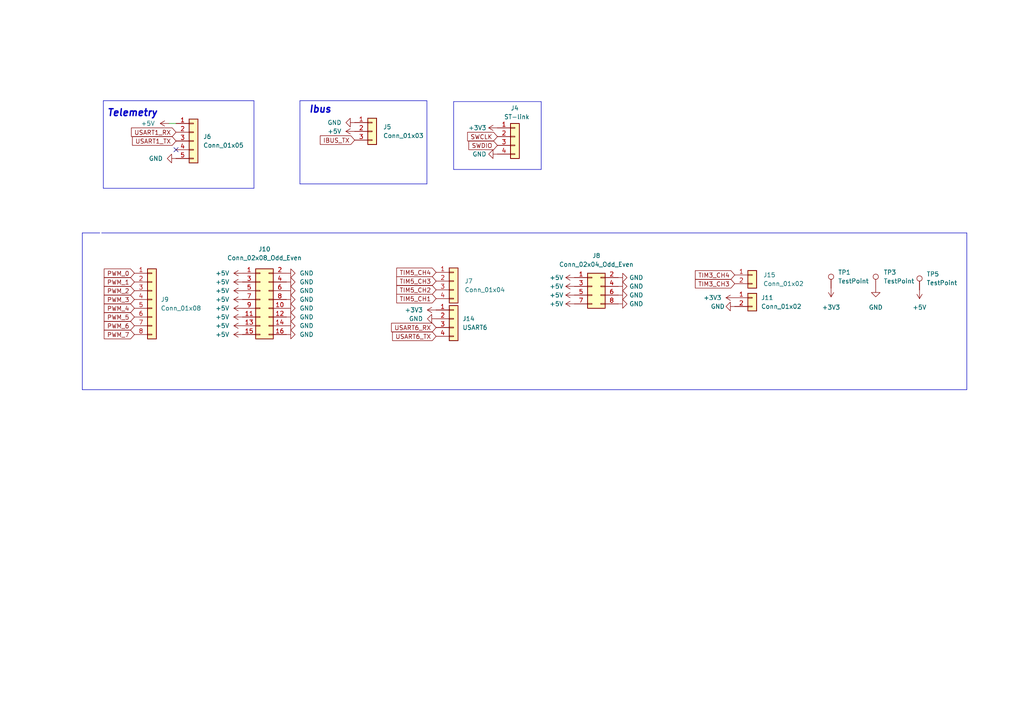
<source format=kicad_sch>
(kicad_sch (version 20230121) (generator eeschema)
  (paper "A4")
  (lib_symbols
    (symbol "Connector:TestPoint" (pin_numbers hide) (pin_names (offset 0.762) hide)
      (property "Reference" "TP" (at 0 6.858 0))
      (property "Value" "TestPoint" (at 0 5.08 0))
      (symbol "TestPoint_0_1"
        (circle (center 0 3.302) (radius 0.762))
      )
      (symbol "TestPoint_1_1"
        (pin passive line (at 0 0 90) (length 2.54) (name "1") (number "1"))
      )
    )
    (symbol "Connector_Generic:Conn_01x02" (pin_names (offset 1.016) hide)
      (property "Reference" "J" (at 0 2.54 0))
      (property "Value" "Conn_01x02" (at 0 -5.08 0))
      (symbol "Conn_01x02_1_1"
        (rectangle (start -1.27 -2.413) (end 0 -2.667) (stroke (width 0.1524)))
        (rectangle (start -1.27 0.127) (end 0 -0.127) (stroke (width 0.1524)))
        (rectangle (start -1.27 1.27) (end 1.27 -3.81) (stroke (width 0.254)) (fill (type background)))
        (pin passive line (at -5.08 0 0) (length 3.81) (name "Pin_1") (number "1"))
        (pin passive line (at -5.08 -2.54 0) (length 3.81) (name "Pin_2") (number "2"))
      )
    )
    (symbol "Connector_Generic:Conn_01x03" (pin_names (offset 1.016) hide)
      (property "Reference" "J" (at 0 5.08 0))
      (property "Value" "Conn_01x03" (at 0 -5.08 0))
      (symbol "Conn_01x03_1_1"
        (rectangle (start -1.27 -2.413) (end 0 -2.667) (stroke (width 0.1524)))
        (rectangle (start -1.27 0.127) (end 0 -0.127) (stroke (width 0.1524)))
        (rectangle (start -1.27 2.667) (end 0 2.413) (stroke (width 0.1524)))
        (rectangle (start -1.27 3.81) (end 1.27 -3.81) (stroke (width 0.254)) (fill (type background)))
        (pin passive line (at -5.08 2.54 0) (length 3.81) (name "Pin_1") (number "1"))
        (pin passive line (at -5.08 0 0) (length 3.81) (name "Pin_2") (number "2"))
        (pin passive line (at -5.08 -2.54 0) (length 3.81) (name "Pin_3") (number "3"))
      )
    )
    (symbol "Connector_Generic:Conn_01x04" (pin_names (offset 1.016) hide)
      (property "Reference" "J" (at 0 5.08 0))
      (property "Value" "Conn_01x04" (at 0 -7.62 0))
      (symbol "Conn_01x04_1_1"
        (rectangle (start -1.27 -4.953) (end 0 -5.207) (stroke (width 0.1524)))
        (rectangle (start -1.27 -2.413) (end 0 -2.667) (stroke (width 0.1524)))
        (rectangle (start -1.27 0.127) (end 0 -0.127) (stroke (width 0.1524)))
        (rectangle (start -1.27 2.667) (end 0 2.413) (stroke (width 0.1524)))
        (rectangle (start -1.27 3.81) (end 1.27 -6.35) (stroke (width 0.254)) (fill (type background)))
        (pin passive line (at -5.08 2.54 0) (length 3.81) (name "Pin_1") (number "1"))
        (pin passive line (at -5.08 0 0) (length 3.81) (name "Pin_2") (number "2"))
        (pin passive line (at -5.08 -2.54 0) (length 3.81) (name "Pin_3") (number "3"))
        (pin passive line (at -5.08 -5.08 0) (length 3.81) (name "Pin_4") (number "4"))
      )
    )
    (symbol "Connector_Generic:Conn_01x05" (pin_names (offset 1.016) hide)
      (property "Reference" "J" (at 0 7.62 0))
      (property "Value" "Conn_01x05" (at 0 -7.62 0))
      (symbol "Conn_01x05_1_1"
        (rectangle (start -1.27 -4.953) (end 0 -5.207) (stroke (width 0.1524)))
        (rectangle (start -1.27 -2.413) (end 0 -2.667) (stroke (width 0.1524)))
        (rectangle (start -1.27 0.127) (end 0 -0.127) (stroke (width 0.1524)))
        (rectangle (start -1.27 2.667) (end 0 2.413) (stroke (width 0.1524)))
        (rectangle (start -1.27 5.207) (end 0 4.953) (stroke (width 0.1524)))
        (rectangle (start -1.27 6.35) (end 1.27 -6.35) (stroke (width 0.254)) (fill (type background)))
        (pin passive line (at -5.08 5.08 0) (length 3.81) (name "Pin_1") (number "1"))
        (pin passive line (at -5.08 2.54 0) (length 3.81) (name "Pin_2") (number "2"))
        (pin passive line (at -5.08 0 0) (length 3.81) (name "Pin_3") (number "3"))
        (pin passive line (at -5.08 -2.54 0) (length 3.81) (name "Pin_4") (number "4"))
        (pin passive line (at -5.08 -5.08 0) (length 3.81) (name "Pin_5") (number "5"))
      )
    )
    (symbol "Connector_Generic:Conn_01x08" (pin_names (offset 1.016) hide)
      (property "Reference" "J" (at 0 10.16 0))
      (property "Value" "Conn_01x08" (at 0 -12.7 0))
      (symbol "Conn_01x08_1_1"
        (rectangle (start -1.27 -10.033) (end 0 -10.287) (stroke (width 0.1524)))
        (rectangle (start -1.27 -7.493) (end 0 -7.747) (stroke (width 0.1524)))
        (rectangle (start -1.27 -4.953) (end 0 -5.207) (stroke (width 0.1524)))
        (rectangle (start -1.27 -2.413) (end 0 -2.667) (stroke (width 0.1524)))
        (rectangle (start -1.27 0.127) (end 0 -0.127) (stroke (width 0.1524)))
        (rectangle (start -1.27 2.667) (end 0 2.413) (stroke (width 0.1524)))
        (rectangle (start -1.27 5.207) (end 0 4.953) (stroke (width 0.1524)))
        (rectangle (start -1.27 7.747) (end 0 7.493) (stroke (width 0.1524)))
        (rectangle (start -1.27 8.89) (end 1.27 -11.43) (stroke (width 0.254)) (fill (type background)))
        (pin passive line (at -5.08 7.62 0) (length 3.81) (name "Pin_1") (number "1"))
        (pin passive line (at -5.08 5.08 0) (length 3.81) (name "Pin_2") (number "2"))
        (pin passive line (at -5.08 2.54 0) (length 3.81) (name "Pin_3") (number "3"))
        (pin passive line (at -5.08 0 0) (length 3.81) (name "Pin_4") (number "4"))
        (pin passive line (at -5.08 -2.54 0) (length 3.81) (name "Pin_5") (number "5"))
        (pin passive line (at -5.08 -5.08 0) (length 3.81) (name "Pin_6") (number "6"))
        (pin passive line (at -5.08 -7.62 0) (length 3.81) (name "Pin_7") (number "7"))
        (pin passive line (at -5.08 -10.16 0) (length 3.81) (name "Pin_8") (number "8"))
      )
    )
    (symbol "Connector_Generic:Conn_02x04_Odd_Even" (pin_names (offset 1.016) hide)
      (property "Reference" "J" (at 1.27 5.08 0))
      (property "Value" "Conn_02x04_Odd_Even" (at 1.27 -7.62 0))
      (symbol "Conn_02x04_Odd_Even_1_1"
        (rectangle (start -1.27 -4.953) (end 0 -5.207) (stroke (width 0.1524)))
        (rectangle (start -1.27 -2.413) (end 0 -2.667) (stroke (width 0.1524)))
        (rectangle (start -1.27 0.127) (end 0 -0.127) (stroke (width 0.1524)))
        (rectangle (start -1.27 2.667) (end 0 2.413) (stroke (width 0.1524)))
        (rectangle (start -1.27 3.81) (end 3.81 -6.35) (stroke (width 0.254)) (fill (type background)))
        (rectangle (start 3.81 -4.953) (end 2.54 -5.207) (stroke (width 0.1524)))
        (rectangle (start 3.81 -2.413) (end 2.54 -2.667) (stroke (width 0.1524)))
        (rectangle (start 3.81 0.127) (end 2.54 -0.127) (stroke (width 0.1524)))
        (rectangle (start 3.81 2.667) (end 2.54 2.413) (stroke (width 0.1524)))
        (pin passive line (at -5.08 2.54 0) (length 3.81) (name "Pin_1") (number "1"))
        (pin passive line (at 7.62 2.54 180) (length 3.81) (name "Pin_2") (number "2"))
        (pin passive line (at -5.08 0 0) (length 3.81) (name "Pin_3") (number "3"))
        (pin passive line (at 7.62 0 180) (length 3.81) (name "Pin_4") (number "4"))
        (pin passive line (at -5.08 -2.54 0) (length 3.81) (name "Pin_5") (number "5"))
        (pin passive line (at 7.62 -2.54 180) (length 3.81) (name "Pin_6") (number "6"))
        (pin passive line (at -5.08 -5.08 0) (length 3.81) (name "Pin_7") (number "7"))
        (pin passive line (at 7.62 -5.08 180) (length 3.81) (name "Pin_8") (number "8"))
      )
    )
    (symbol "Connector_Generic:Conn_02x08_Odd_Even" (pin_names (offset 1.016) hide)
      (property "Reference" "J" (at 1.27 10.16 0))
      (property "Value" "Conn_02x08_Odd_Even" (at 1.27 -12.7 0))
      (symbol "Conn_02x08_Odd_Even_1_1"
        (rectangle (start -1.27 -10.033) (end 0 -10.287) (stroke (width 0.1524)))
        (rectangle (start -1.27 -7.493) (end 0 -7.747) (stroke (width 0.1524)))
        (rectangle (start -1.27 -4.953) (end 0 -5.207) (stroke (width 0.1524)))
        (rectangle (start -1.27 -2.413) (end 0 -2.667) (stroke (width 0.1524)))
        (rectangle (start -1.27 0.127) (end 0 -0.127) (stroke (width 0.1524)))
        (rectangle (start -1.27 2.667) (end 0 2.413) (stroke (width 0.1524)))
        (rectangle (start -1.27 5.207) (end 0 4.953) (stroke (width 0.1524)))
        (rectangle (start -1.27 7.747) (end 0 7.493) (stroke (width 0.1524)))
        (rectangle (start -1.27 8.89) (end 3.81 -11.43) (stroke (width 0.254)) (fill (type background)))
        (rectangle (start 3.81 -10.033) (end 2.54 -10.287) (stroke (width 0.1524)))
        (rectangle (start 3.81 -7.493) (end 2.54 -7.747) (stroke (width 0.1524)))
        (rectangle (start 3.81 -4.953) (end 2.54 -5.207) (stroke (width 0.1524)))
        (rectangle (start 3.81 -2.413) (end 2.54 -2.667) (stroke (width 0.1524)))
        (rectangle (start 3.81 0.127) (end 2.54 -0.127) (stroke (width 0.1524)))
        (rectangle (start 3.81 2.667) (end 2.54 2.413) (stroke (width 0.1524)))
        (rectangle (start 3.81 5.207) (end 2.54 4.953) (stroke (width 0.1524)))
        (rectangle (start 3.81 7.747) (end 2.54 7.493) (stroke (width 0.1524)))
        (pin passive line (at -5.08 7.62 0) (length 3.81) (name "Pin_1") (number "1"))
        (pin passive line (at 7.62 -2.54 180) (length 3.81) (name "Pin_10") (number "10"))
        (pin passive line (at -5.08 -5.08 0) (length 3.81) (name "Pin_11") (number "11"))
        (pin passive line (at 7.62 -5.08 180) (length 3.81) (name "Pin_12") (number "12"))
        (pin passive line (at -5.08 -7.62 0) (length 3.81) (name "Pin_13") (number "13"))
        (pin passive line (at 7.62 -7.62 180) (length 3.81) (name "Pin_14") (number "14"))
        (pin passive line (at -5.08 -10.16 0) (length 3.81) (name "Pin_15") (number "15"))
        (pin passive line (at 7.62 -10.16 180) (length 3.81) (name "Pin_16") (number "16"))
        (pin passive line (at 7.62 7.62 180) (length 3.81) (name "Pin_2") (number "2"))
        (pin passive line (at -5.08 5.08 0) (length 3.81) (name "Pin_3") (number "3"))
        (pin passive line (at 7.62 5.08 180) (length 3.81) (name "Pin_4") (number "4"))
        (pin passive line (at -5.08 2.54 0) (length 3.81) (name "Pin_5") (number "5"))
        (pin passive line (at 7.62 2.54 180) (length 3.81) (name "Pin_6") (number "6"))
        (pin passive line (at -5.08 0 0) (length 3.81) (name "Pin_7") (number "7"))
        (pin passive line (at 7.62 0 180) (length 3.81) (name "Pin_8") (number "8"))
        (pin passive line (at -5.08 -2.54 0) (length 3.81) (name "Pin_9") (number "9"))
      )
    )
    (symbol "power:+3.3V" (power) (pin_names (offset 0))
      (property "Value" "+3.3V" (at 0 3.556 0))
      (symbol "+3.3V_0_1"
        (polyline (pts (xy -0.762 1.27) (xy 0 2.54)))
        (polyline (pts (xy 0 0) (xy 0 2.54)))
        (polyline (pts (xy 0 2.54) (xy 0.762 1.27)))
      )
      (symbol "+3.3V_1_1"
        (pin power_in line (at 0 0 90) (length 0) hide (name "+3V3") (number "1"))
      )
    )
    (symbol "power:+5V" (power) (pin_names (offset 0))
      (property "Value" "+5V" (at 0 3.556 0))
      (symbol "+5V_0_1"
        (polyline (pts (xy -0.762 1.27) (xy 0 2.54)))
        (polyline (pts (xy 0 0) (xy 0 2.54)))
        (polyline (pts (xy 0 2.54) (xy 0.762 1.27)))
      )
      (symbol "+5V_1_1"
        (pin power_in line (at 0 0 90) (length 0) hide (name "+5V") (number "1"))
      )
    )
    (symbol "power:GND" (power) (pin_names (offset 0))
      (property "Value" "GND" (at 0 -3.81 0))
      (symbol "GND_0_1"
        (polyline (pts (xy 0 0) (xy 0 -1.27) (xy 1.27 -1.27) (xy 0 -2.54) (xy -1.27 -1.27) (xy 0 -1.27)))
      )
      (symbol "GND_1_1"
        (pin power_in line (at 0 0 270) (length 0) hide (name "GND") (number "1"))
      )
    )
  )
  (no_connect (at 51.054 43.434))
  (polyline (pts (xy 86.995 29.21) (xy 86.995 53.34)))
  (polyline (pts (xy 123.825 29.21) (xy 123.825 53.34)))
  (wire (pts (xy 49.022 35.814) (xy 51.054 35.814)))
  (polyline (pts (xy 29.972 29.21) (xy 73.66 29.21)))
  (polyline (pts (xy 86.995 29.21) (xy 123.825 29.21)))
  (polyline (pts (xy 280.416 67.564) (xy 280.416 113.03)))
  (polyline (pts (xy 73.66 29.21) (xy 73.66 54.61)))
  (polyline (pts (xy 23.876 67.564) (xy 28.956 67.564)))
  (polyline (pts (xy 23.876 113.03) (xy 23.876 67.564)))
  (polyline (pts (xy 123.825 53.34) (xy 86.995 53.34)))
  (polyline (pts (xy 29.464 67.564) (xy 280.416 67.564)))
  (polyline (pts (xy 131.572 29.464) (xy 156.972 29.464)))
  (polyline (pts (xy 156.972 49.149) (xy 131.572 49.149)))
  (polyline (pts (xy 29.972 54.61) (xy 29.972 29.21)))
  (polyline (pts (xy 131.572 29.464) (xy 131.572 49.149)))
  (polyline (pts (xy 280.416 113.03) (xy 23.876 113.03)))
  (polyline (pts (xy 73.66 54.61) (xy 29.972 54.61)))
  (polyline (pts (xy 156.972 29.464) (xy 156.972 49.149)))
  (text "Telemetry" (at 30.988 34.036 0) (effects (font (size 2 2) (thickness 0.4) bold italic) (justify left bottom)))
  (text "Ibus" (at 89.535 33.02 0) (effects (font (size 2 2) (thickness 0.4) bold italic) (justify left bottom)))
  (global_label "PWM_2" (shape input) (at 38.989 84.328 180) (property "Intersheetrefs" "${INTERSHEET_REFS}" (effects hide)))
  (global_label "USART1_RX" (shape input) (at 51.054 38.354 180) (property "Intersheetrefs" "${INTERSHEET_REFS}" (effects hide)))
  (global_label "PWM_3" (shape input) (at 38.989 86.868 180) (property "Intersheetrefs" "${INTERSHEET_REFS}" (effects hide)))
  (global_label "SWCLK" (shape input) (at 144.272 39.624 180) (property "Intersheetrefs" "${INTERSHEET_REFS}" (effects hide)))
  (global_label "TIM5_CH1" (shape input) (at 126.492 86.614 180) (property "Intersheetrefs" "${INTERSHEET_REFS}" (effects hide)))
  (global_label "TIM5_CH2" (shape input) (at 126.492 84.074 180) (property "Intersheetrefs" "${INTERSHEET_REFS}" (effects hide)))
  (global_label "PWM_5" (shape input) (at 38.989 91.948 180) (property "Intersheetrefs" "${INTERSHEET_REFS}" (effects hide)))
  (global_label "USART6_RX" (shape input) (at 126.492 94.996 180) (property "Intersheetrefs" "${INTERSHEET_REFS}" (effects hide)))
  (global_label "USART6_TX" (shape input) (at 126.492 97.536 180) (property "Intersheetrefs" "${INTERSHEET_REFS}" (effects hide)))
  (global_label "PWM_6" (shape input) (at 38.989 94.488 180) (property "Intersheetrefs" "${INTERSHEET_REFS}" (effects hide)))
  (global_label "PWM_7" (shape input) (at 38.989 97.028 180) (property "Intersheetrefs" "${INTERSHEET_REFS}" (effects hide)))
  (global_label "PWM_1" (shape input) (at 38.989 81.788 180) (property "Intersheetrefs" "${INTERSHEET_REFS}" (effects hide)))
  (global_label "TIM5_CH4" (shape input) (at 126.492 78.994 180) (property "Intersheetrefs" "${INTERSHEET_REFS}" (effects hide)))
  (global_label "IBUS_TX" (shape input) (at 102.87 40.64 180) (property "Intersheetrefs" "${INTERSHEET_REFS}" (effects hide)))
  (global_label "TIM3_CH4" (shape input) (at 213.106 79.756 180) (property "Intersheetrefs" "${INTERSHEET_REFS}" (effects hide)))
  (global_label "SWDIO" (shape input) (at 144.272 42.164 180) (property "Intersheetrefs" "${INTERSHEET_REFS}" (effects hide)))
  (global_label "PWM_0" (shape input) (at 38.989 79.248 180) (property "Intersheetrefs" "${INTERSHEET_REFS}" (effects hide)))
  (global_label "TIM3_CH3" (shape input) (at 213.106 82.296 180) (property "Intersheetrefs" "${INTERSHEET_REFS}" (effects hide)))
  (global_label "USART1_TX" (shape input) (at 51.054 40.894 180) (property "Intersheetrefs" "${INTERSHEET_REFS}" (effects hide)))
  (global_label "PWM_4" (shape input) (at 38.989 89.408 180) (property "Intersheetrefs" "${INTERSHEET_REFS}" (effects hide)))
  (global_label "TIM5_CH3" (shape input) (at 126.492 81.534 180) (property "Intersheetrefs" "${INTERSHEET_REFS}" (effects hide)))
  (symbol (lib_id "power:+5V") (at 70.358 94.488 90) (unit 1)
    (property "Reference" "#PWR086" (effects hide))
    (property "Value" "+5V" (at 66.548 94.4879 90) (effects (justify left)))
  )
  (symbol (lib_id "Connector_Generic:Conn_01x04") (at 131.572 92.456 0) (unit 1)
    (property "Reference" "J14" (at 134.112 92.4559 0) (effects (justify left)))
    (property "Value" "USART6" (at 134.112 94.9959 0) (effects (justify left)))
    (property "Footprint" "Connector_JST:JST_XH_B4B-XH-A_1x04_P2.50mm_Vertical" (effects hide))
  )
  (symbol (lib_id "power:+5V") (at 266.7 84.074 180) (unit 1)
    (property "Reference" "#PWR0115" (effects hide))
    (property "Value" "+5V" (at 266.7 89.154 0))
  )
  (symbol (lib_id "Connector:TestPoint") (at 266.7 84.074 0) (unit 1)
    (property "Reference" "TP5" (at 268.732 79.5019 0) (effects (justify left)))
    (property "Value" "TestPoint" (at 268.732 82.0419 0) (effects (justify left)))
    (property "Footprint" "TestPoint:TestPoint_Pad_D1.0mm" (effects hide))
  )
  (symbol (lib_id "power:GND") (at 51.054 45.974 270) (unit 1)
    (property "Reference" "#PWR063" (effects hide))
    (property "Value" "GND" (at 47.244 45.9739 90) (effects (justify right)))
  )
  (symbol (lib_id "Connector_Generic:Conn_02x08_Odd_Even") (at 75.438 86.868 0) (unit 1)
    (property "Reference" "J10" (at 76.708 72.263 0))
    (property "Value" "Conn_02x08_Odd_Even" (at 76.708 74.803 0))
    (property "Footprint" "Connector_PinHeader_2.54mm:PinHeader_2x08_P2.54mm_Vertical" (effects hide))
  )
  (symbol (lib_id "power:GND") (at 179.324 85.598 90) (unit 1)
    (property "Reference" "#PWR078" (effects hide))
    (property "Value" "GND" (at 182.499 85.5979 90) (effects (justify right)))
  )
  (symbol (lib_id "power:GND") (at 144.272 44.704 270) (unit 1)
    (property "Reference" "#PWR037" (effects hide))
    (property "Value" "GND" (at 141.097 44.7039 90) (effects (justify right)))
  )
  (symbol (lib_id "power:GND") (at 126.492 92.456 270) (unit 1)
    (property "Reference" "#PWR0111" (effects hide))
    (property "Value" "GND" (at 122.682 92.4559 90) (effects (justify right)))
  )
  (symbol (lib_id "Connector_Generic:Conn_01x02") (at 218.186 79.756 0) (unit 1)
    (property "Reference" "J15" (at 221.361 79.7559 0) (effects (justify left)))
    (property "Value" "Conn_01x02" (at 221.361 82.2959 0) (effects (justify left)))
    (property "Footprint" "Connector_PinHeader_2.54mm:PinHeader_1x02_P2.54mm_Vertical" (effects hide))
  )
  (symbol (lib_id "power:GND") (at 254 83.566 0) (unit 1)
    (property "Reference" "#PWR0113" (effects hide))
    (property "Value" "GND" (at 254 89.154 0))
  )
  (symbol (lib_id "power:+5V") (at 166.624 88.138 90) (unit 1)
    (property "Reference" "#PWR075" (effects hide))
    (property "Value" "+5V" (at 163.449 88.1379 90) (effects (justify left)))
  )
  (symbol (lib_id "power:GND") (at 179.324 83.058 90) (unit 1)
    (property "Reference" "#PWR077" (effects hide))
    (property "Value" "GND" (at 182.499 83.0579 90) (effects (justify right)))
  )
  (symbol (lib_id "power:+3.3V") (at 126.492 89.916 90) (unit 1)
    (property "Reference" "#PWR0110" (effects hide))
    (property "Value" "+3.3V" (at 122.682 89.9159 90) (effects (justify left)))
  )
  (symbol (lib_id "power:+5V") (at 166.624 80.518 90) (unit 1)
    (property "Reference" "#PWR072" (effects hide))
    (property "Value" "+5V" (at 163.449 80.5179 90) (effects (justify left)))
  )
  (symbol (lib_id "power:+5V") (at 49.022 35.814 90) (unit 1)
    (property "Reference" "#PWR062" (effects hide))
    (property "Value" "+5V" (at 44.958 35.8139 90) (effects (justify left)))
  )
  (symbol (lib_id "power:+5V") (at 70.358 91.948 90) (unit 1)
    (property "Reference" "#PWR085" (effects hide))
    (property "Value" "+5V" (at 66.548 91.9479 90) (effects (justify left)))
  )
  (symbol (lib_id "power:GND") (at 83.058 84.328 90) (unit 1)
    (property "Reference" "#PWR090" (effects hide))
    (property "Value" "GND" (at 86.868 84.3279 90) (effects (justify right)))
  )
  (symbol (lib_id "power:+3.3V") (at 144.272 37.084 90) (unit 1)
    (property "Reference" "#PWR036" (effects hide))
    (property "Value" "+3.3V" (at 141.097 37.0839 90) (effects (justify left)))
  )
  (symbol (lib_id "power:+5V") (at 70.358 81.788 90) (unit 1)
    (property "Reference" "#PWR081" (effects hide))
    (property "Value" "+5V" (at 66.548 81.7879 90) (effects (justify left)))
  )
  (symbol (lib_id "power:GND") (at 83.058 89.408 90) (unit 1)
    (property "Reference" "#PWR092" (effects hide))
    (property "Value" "GND" (at 86.868 89.4079 90) (effects (justify right)))
  )
  (symbol (lib_id "Connector_Generic:Conn_01x04") (at 131.572 81.534 0) (unit 1)
    (property "Reference" "J7" (at 134.747 81.5339 0) (effects (justify left)))
    (property "Value" "Conn_01x04" (at 134.747 84.0739 0) (effects (justify left)))
    (property "Footprint" "Connector_PinHeader_2.54mm:PinHeader_1x04_P2.54mm_Vertical" (effects hide))
  )
  (symbol (lib_id "Connector_Generic:Conn_01x08") (at 44.069 86.868 0) (unit 1)
    (property "Reference" "J9" (at 46.609 86.8679 0) (effects (justify left)))
    (property "Value" "Conn_01x08" (at 46.609 89.4079 0) (effects (justify left)))
    (property "Footprint" "Connector_PinHeader_2.54mm:PinHeader_1x08_P2.54mm_Vertical" (effects hide))
  )
  (symbol (lib_id "power:+5V") (at 102.87 38.1 90) (unit 1)
    (property "Reference" "#PWR061" (effects hide))
    (property "Value" "+5V" (at 99.06 38.0999 90) (effects (justify left)))
  )
  (symbol (lib_id "power:+5V") (at 166.624 85.598 90) (unit 1)
    (property "Reference" "#PWR074" (effects hide))
    (property "Value" "+5V" (at 163.449 85.5979 90) (effects (justify left)))
  )
  (symbol (lib_id "power:GND") (at 179.324 88.138 90) (unit 1)
    (property "Reference" "#PWR079" (effects hide))
    (property "Value" "GND" (at 182.499 88.1379 90) (effects (justify right)))
  )
  (symbol (lib_id "power:+3.3V") (at 241.046 83.566 180) (unit 1)
    (property "Reference" "#PWR0114" (effects hide))
    (property "Value" "+3.3V" (at 241.046 89.154 0))
  )
  (symbol (lib_id "Connector:TestPoint") (at 254 83.566 0) (unit 1)
    (property "Reference" "TP3" (at 256.286 78.9939 0) (effects (justify left)))
    (property "Value" "TestPoint" (at 256.286 81.5339 0) (effects (justify left)))
    (property "Footprint" "TestPoint:TestPoint_Pad_D1.0mm" (effects hide))
  )
  (symbol (lib_id "power:GND") (at 102.87 35.56 270) (unit 1)
    (property "Reference" "#PWR060" (effects hide))
    (property "Value" "GND" (at 99.06 35.5599 90) (effects (justify right)))
  )
  (symbol (lib_id "power:+5V") (at 70.358 89.408 90) (unit 1)
    (property "Reference" "#PWR084" (effects hide))
    (property "Value" "+5V" (at 66.548 89.4079 90) (effects (justify left)))
  )
  (symbol (lib_id "power:+5V") (at 70.358 79.248 90) (unit 1)
    (property "Reference" "#PWR080" (effects hide))
    (property "Value" "+5V" (at 66.548 79.2479 90) (effects (justify left)))
  )
  (symbol (lib_id "power:GND") (at 83.058 86.868 90) (unit 1)
    (property "Reference" "#PWR091" (effects hide))
    (property "Value" "GND" (at 86.868 86.8679 90) (effects (justify right)))
  )
  (symbol (lib_id "power:+3.3V") (at 213.106 86.36 90) (unit 1)
    (property "Reference" "#PWR096" (effects hide))
    (property "Value" "+3.3V" (at 209.296 86.3599 90) (effects (justify left)))
  )
  (symbol (lib_id "power:GND") (at 179.324 80.518 90) (unit 1)
    (property "Reference" "#PWR076" (effects hide))
    (property "Value" "GND" (at 182.499 80.5179 90) (effects (justify right)))
  )
  (symbol (lib_id "power:GND") (at 83.058 91.948 90) (unit 1)
    (property "Reference" "#PWR093" (effects hide))
    (property "Value" "GND" (at 86.868 91.9479 90) (effects (justify right)))
  )
  (symbol (lib_id "Connector_Generic:Conn_01x02") (at 218.186 86.36 0) (unit 1)
    (property "Reference" "J11" (at 220.726 86.3599 0) (effects (justify left)))
    (property "Value" "Conn_01x02" (at 220.726 88.8999 0) (effects (justify left)))
    (property "Footprint" "Connector_PinHeader_2.54mm:PinHeader_1x02_P2.54mm_Vertical" (effects hide))
  )
  (symbol (lib_id "Connector_Generic:Conn_01x03") (at 107.95 38.1 0) (unit 1)
    (property "Reference" "J5" (at 111.125 36.8299 0) (effects (justify left)))
    (property "Value" "Conn_01x03" (at 111.125 39.3699 0) (effects (justify left)))
    (property "Footprint" "Connector_JST:JST_XH_B3B-XH-A_1x03_P2.50mm_Vertical" (effects hide))
  )
  (symbol (lib_id "power:+5V") (at 70.358 84.328 90) (unit 1)
    (property "Reference" "#PWR082" (effects hide))
    (property "Value" "+5V" (at 66.548 84.3279 90) (effects (justify left)))
  )
  (symbol (lib_id "power:GND") (at 83.058 94.488 90) (unit 1)
    (property "Reference" "#PWR094" (effects hide))
    (property "Value" "GND" (at 86.868 94.4879 90) (effects (justify right)))
  )
  (symbol (lib_id "Connector_Generic:Conn_02x04_Odd_Even") (at 171.704 83.058 0) (unit 1)
    (property "Reference" "J8" (at 172.974 74.168 0))
    (property "Value" "Conn_02x04_Odd_Even" (at 172.974 76.708 0))
    (property "Footprint" "Connector_PinHeader_2.54mm:PinHeader_2x04_P2.54mm_Vertical" (effects hide))
  )
  (symbol (lib_id "power:GND") (at 83.058 97.028 90) (unit 1)
    (property "Reference" "#PWR095" (effects hide))
    (property "Value" "GND" (at 86.868 97.0279 90) (effects (justify right)))
  )
  (symbol (lib_id "power:GND") (at 83.058 81.788 90) (unit 1)
    (property "Reference" "#PWR089" (effects hide))
    (property "Value" "GND" (at 86.868 81.7879 90) (effects (justify right)))
  )
  (symbol (lib_id "Connector:TestPoint") (at 241.046 83.566 0) (unit 1)
    (property "Reference" "TP1" (at 243.078 78.9939 0) (effects (justify left)))
    (property "Value" "TestPoint" (at 243.078 81.5339 0) (effects (justify left)))
    (property "Footprint" "TestPoint:TestPoint_Pad_D1.0mm" (effects hide))
  )
  (symbol (lib_id "power:+5V") (at 70.358 97.028 90) (unit 1)
    (property "Reference" "#PWR087" (effects hide))
    (property "Value" "+5V" (at 66.548 97.0279 90) (effects (justify left)))
  )
  (symbol (lib_id "power:GND") (at 213.106 88.9 270) (unit 1)
    (property "Reference" "#PWR097" (effects hide))
    (property "Value" "GND" (at 206.121 88.9 90) (effects (justify left)))
  )
  (symbol (lib_id "power:GND") (at 83.058 79.248 90) (unit 1)
    (property "Reference" "#PWR088" (effects hide))
    (property "Value" "GND" (at 86.868 79.2479 90) (effects (justify right)))
  )
  (symbol (lib_id "power:+5V") (at 70.358 86.868 90) (unit 1)
    (property "Reference" "#PWR083" (effects hide))
    (property "Value" "+5V" (at 66.548 86.8679 90) (effects (justify left)))
  )
  (symbol (lib_id "Connector_Generic:Conn_01x05") (at 56.134 40.894 0) (unit 1)
    (property "Reference" "J6" (at 58.928 39.6239 0) (effects (justify left)))
    (property "Value" "Conn_01x05" (at 58.928 42.1639 0) (effects (justify left)))
    (property "Footprint" "Connector_JST:JST_XH_B5B-XH-A_1x05_P2.50mm_Vertical" (effects hide))
  )
  (symbol (lib_id "power:+5V") (at 166.624 83.058 90) (unit 1)
    (property "Reference" "#PWR073" (effects hide))
    (property "Value" "+5V" (at 163.449 83.0579 90) (effects (justify left)))
  )
  (symbol (lib_id "Connector_Generic:Conn_01x04") (at 149.352 39.624 0) (unit 1)
    (property "Reference" "J4" (at 148.082 31.369 0) (effects (justify left)))
    (property "Value" "ST-link" (at 146.177 33.909 0) (effects (justify left)))
    (property "Footprint" "Connector_JST:JST_XH_B4B-XH-A_1x04_P2.50mm_Vertical" (effects hide))
  )
)
</source>
